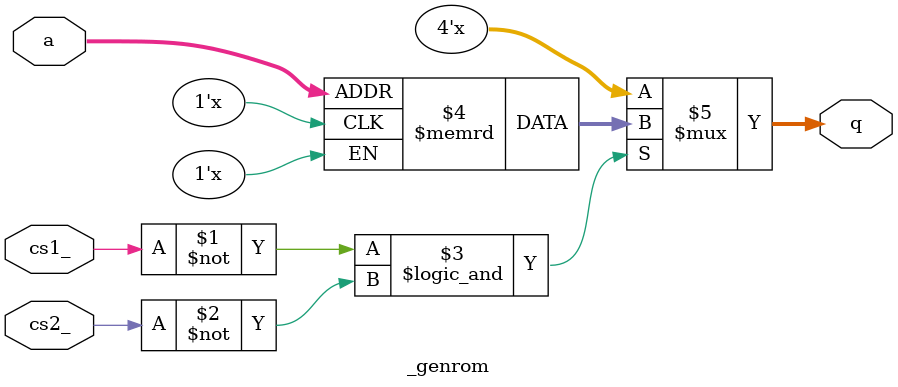
<source format=v>


// WIDTH = bit width of output
// HEIGHT = number of address bits
// INITH = bitmap init file ($readmemb)
// INITB = hex init file ($readmemh)

`timescale 1ns / 100ps

module _genrom(a, q, cs1_, cs2_);
parameter WIDTH = 4;
parameter HEIGHT = 8;
parameter INITH = "";
parameter INITB = "";
input [HEIGHT-1:0] a;
output [WIDTH-1:0] q;
input cs1_, cs2_;

reg [WIDTH-1:0] rom[0:2**HEIGHT-1];

assign q = (cs1_==1'b0 && cs2_==1'b0) ? rom[a] : {WIDTH{1'bz}};

initial begin
    if (INITH != "") begin
        $display("Loading ROM from %0s", INITH);
        $readmemh(INITH, rom);
    end else if (INITB != "") begin
        $display("Loading ROM from %0s", INITB);
        $readmemh(INITB, rom);
    end
end

endmodule

</source>
